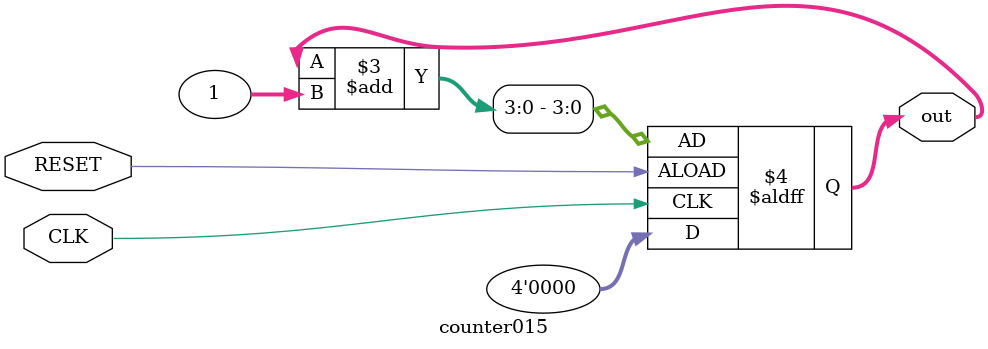
<source format=v>
module counter015 (CLK, RESET, out);
    input CLK, RESET;
    output reg [3:0] out;
    always @ (posedge CLK or posedge RESET)
        if (RESET == 0) out <= 4'b0000;
        else out <= out+1;
endmodule
</source>
